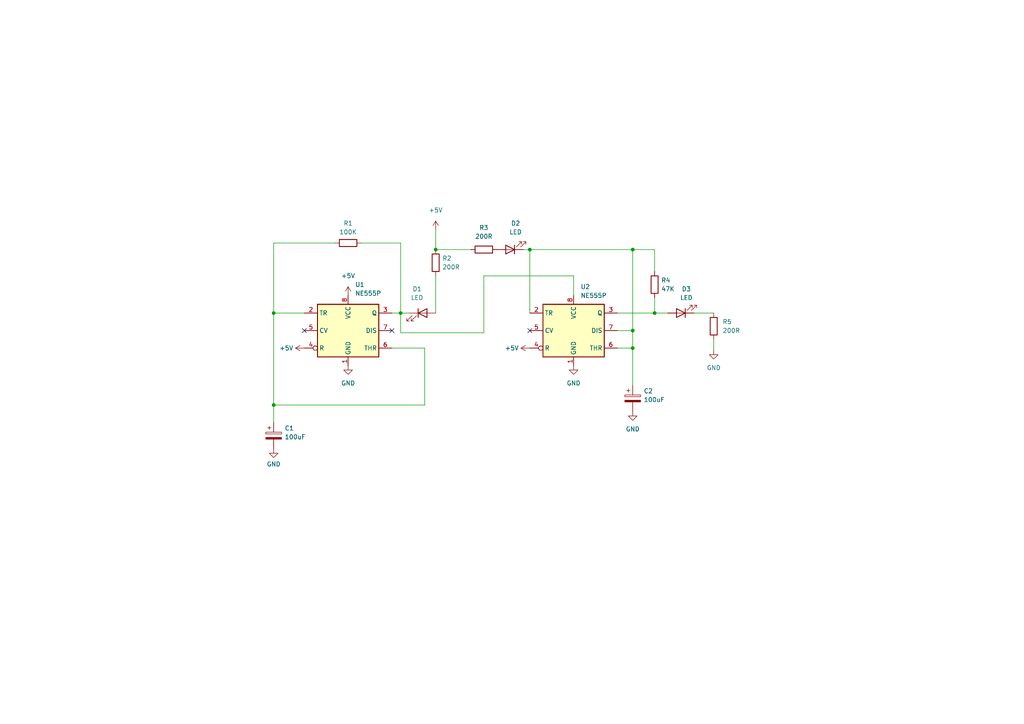
<source format=kicad_sch>
(kicad_sch (version 20211123) (generator eeschema)

  (uuid e63e39d7-6ac0-4ffd-8aa3-1841a4541b55)

  (paper "A4")

  (lib_symbols
    (symbol "Device:C_Polarized" (pin_numbers hide) (pin_names (offset 0.254)) (in_bom yes) (on_board yes)
      (property "Reference" "C" (id 0) (at 0.635 2.54 0)
        (effects (font (size 1.27 1.27)) (justify left))
      )
      (property "Value" "C_Polarized" (id 1) (at 0.635 -2.54 0)
        (effects (font (size 1.27 1.27)) (justify left))
      )
      (property "Footprint" "" (id 2) (at 0.9652 -3.81 0)
        (effects (font (size 1.27 1.27)) hide)
      )
      (property "Datasheet" "~" (id 3) (at 0 0 0)
        (effects (font (size 1.27 1.27)) hide)
      )
      (property "ki_keywords" "cap capacitor" (id 4) (at 0 0 0)
        (effects (font (size 1.27 1.27)) hide)
      )
      (property "ki_description" "Polarized capacitor" (id 5) (at 0 0 0)
        (effects (font (size 1.27 1.27)) hide)
      )
      (property "ki_fp_filters" "CP_*" (id 6) (at 0 0 0)
        (effects (font (size 1.27 1.27)) hide)
      )
      (symbol "C_Polarized_0_1"
        (rectangle (start -2.286 0.508) (end 2.286 1.016)
          (stroke (width 0) (type default) (color 0 0 0 0))
          (fill (type none))
        )
        (polyline
          (pts
            (xy -1.778 2.286)
            (xy -0.762 2.286)
          )
          (stroke (width 0) (type default) (color 0 0 0 0))
          (fill (type none))
        )
        (polyline
          (pts
            (xy -1.27 2.794)
            (xy -1.27 1.778)
          )
          (stroke (width 0) (type default) (color 0 0 0 0))
          (fill (type none))
        )
        (rectangle (start 2.286 -0.508) (end -2.286 -1.016)
          (stroke (width 0) (type default) (color 0 0 0 0))
          (fill (type outline))
        )
      )
      (symbol "C_Polarized_1_1"
        (pin passive line (at 0 3.81 270) (length 2.794)
          (name "~" (effects (font (size 1.27 1.27))))
          (number "1" (effects (font (size 1.27 1.27))))
        )
        (pin passive line (at 0 -3.81 90) (length 2.794)
          (name "~" (effects (font (size 1.27 1.27))))
          (number "2" (effects (font (size 1.27 1.27))))
        )
      )
    )
    (symbol "Device:LED" (pin_numbers hide) (pin_names (offset 1.016) hide) (in_bom yes) (on_board yes)
      (property "Reference" "D" (id 0) (at 0 2.54 0)
        (effects (font (size 1.27 1.27)))
      )
      (property "Value" "LED" (id 1) (at 0 -2.54 0)
        (effects (font (size 1.27 1.27)))
      )
      (property "Footprint" "" (id 2) (at 0 0 0)
        (effects (font (size 1.27 1.27)) hide)
      )
      (property "Datasheet" "~" (id 3) (at 0 0 0)
        (effects (font (size 1.27 1.27)) hide)
      )
      (property "ki_keywords" "LED diode" (id 4) (at 0 0 0)
        (effects (font (size 1.27 1.27)) hide)
      )
      (property "ki_description" "Light emitting diode" (id 5) (at 0 0 0)
        (effects (font (size 1.27 1.27)) hide)
      )
      (property "ki_fp_filters" "LED* LED_SMD:* LED_THT:*" (id 6) (at 0 0 0)
        (effects (font (size 1.27 1.27)) hide)
      )
      (symbol "LED_0_1"
        (polyline
          (pts
            (xy -1.27 -1.27)
            (xy -1.27 1.27)
          )
          (stroke (width 0.254) (type default) (color 0 0 0 0))
          (fill (type none))
        )
        (polyline
          (pts
            (xy -1.27 0)
            (xy 1.27 0)
          )
          (stroke (width 0) (type default) (color 0 0 0 0))
          (fill (type none))
        )
        (polyline
          (pts
            (xy 1.27 -1.27)
            (xy 1.27 1.27)
            (xy -1.27 0)
            (xy 1.27 -1.27)
          )
          (stroke (width 0.254) (type default) (color 0 0 0 0))
          (fill (type none))
        )
        (polyline
          (pts
            (xy -3.048 -0.762)
            (xy -4.572 -2.286)
            (xy -3.81 -2.286)
            (xy -4.572 -2.286)
            (xy -4.572 -1.524)
          )
          (stroke (width 0) (type default) (color 0 0 0 0))
          (fill (type none))
        )
        (polyline
          (pts
            (xy -1.778 -0.762)
            (xy -3.302 -2.286)
            (xy -2.54 -2.286)
            (xy -3.302 -2.286)
            (xy -3.302 -1.524)
          )
          (stroke (width 0) (type default) (color 0 0 0 0))
          (fill (type none))
        )
      )
      (symbol "LED_1_1"
        (pin passive line (at -3.81 0 0) (length 2.54)
          (name "K" (effects (font (size 1.27 1.27))))
          (number "1" (effects (font (size 1.27 1.27))))
        )
        (pin passive line (at 3.81 0 180) (length 2.54)
          (name "A" (effects (font (size 1.27 1.27))))
          (number "2" (effects (font (size 1.27 1.27))))
        )
      )
    )
    (symbol "Device:R" (pin_numbers hide) (pin_names (offset 0)) (in_bom yes) (on_board yes)
      (property "Reference" "R" (id 0) (at 2.032 0 90)
        (effects (font (size 1.27 1.27)))
      )
      (property "Value" "R" (id 1) (at 0 0 90)
        (effects (font (size 1.27 1.27)))
      )
      (property "Footprint" "" (id 2) (at -1.778 0 90)
        (effects (font (size 1.27 1.27)) hide)
      )
      (property "Datasheet" "~" (id 3) (at 0 0 0)
        (effects (font (size 1.27 1.27)) hide)
      )
      (property "ki_keywords" "R res resistor" (id 4) (at 0 0 0)
        (effects (font (size 1.27 1.27)) hide)
      )
      (property "ki_description" "Resistor" (id 5) (at 0 0 0)
        (effects (font (size 1.27 1.27)) hide)
      )
      (property "ki_fp_filters" "R_*" (id 6) (at 0 0 0)
        (effects (font (size 1.27 1.27)) hide)
      )
      (symbol "R_0_1"
        (rectangle (start -1.016 -2.54) (end 1.016 2.54)
          (stroke (width 0.254) (type default) (color 0 0 0 0))
          (fill (type none))
        )
      )
      (symbol "R_1_1"
        (pin passive line (at 0 3.81 270) (length 1.27)
          (name "~" (effects (font (size 1.27 1.27))))
          (number "1" (effects (font (size 1.27 1.27))))
        )
        (pin passive line (at 0 -3.81 90) (length 1.27)
          (name "~" (effects (font (size 1.27 1.27))))
          (number "2" (effects (font (size 1.27 1.27))))
        )
      )
    )
    (symbol "Timer:NE555P" (in_bom yes) (on_board yes)
      (property "Reference" "U" (id 0) (at -10.16 8.89 0)
        (effects (font (size 1.27 1.27)) (justify left))
      )
      (property "Value" "NE555P" (id 1) (at 2.54 8.89 0)
        (effects (font (size 1.27 1.27)) (justify left))
      )
      (property "Footprint" "Package_DIP:DIP-8_W7.62mm" (id 2) (at 16.51 -10.16 0)
        (effects (font (size 1.27 1.27)) hide)
      )
      (property "Datasheet" "http://www.ti.com/lit/ds/symlink/ne555.pdf" (id 3) (at 21.59 -10.16 0)
        (effects (font (size 1.27 1.27)) hide)
      )
      (property "ki_keywords" "single timer 555" (id 4) (at 0 0 0)
        (effects (font (size 1.27 1.27)) hide)
      )
      (property "ki_description" "Precision Timers, 555 compatible,  PDIP-8" (id 5) (at 0 0 0)
        (effects (font (size 1.27 1.27)) hide)
      )
      (property "ki_fp_filters" "DIP*W7.62mm*" (id 6) (at 0 0 0)
        (effects (font (size 1.27 1.27)) hide)
      )
      (symbol "NE555P_0_0"
        (pin power_in line (at 0 -10.16 90) (length 2.54)
          (name "GND" (effects (font (size 1.27 1.27))))
          (number "1" (effects (font (size 1.27 1.27))))
        )
        (pin power_in line (at 0 10.16 270) (length 2.54)
          (name "VCC" (effects (font (size 1.27 1.27))))
          (number "8" (effects (font (size 1.27 1.27))))
        )
      )
      (symbol "NE555P_0_1"
        (rectangle (start -8.89 -7.62) (end 8.89 7.62)
          (stroke (width 0.254) (type default) (color 0 0 0 0))
          (fill (type background))
        )
        (rectangle (start -8.89 -7.62) (end 8.89 7.62)
          (stroke (width 0.254) (type default) (color 0 0 0 0))
          (fill (type background))
        )
      )
      (symbol "NE555P_1_1"
        (pin input line (at -12.7 5.08 0) (length 3.81)
          (name "TR" (effects (font (size 1.27 1.27))))
          (number "2" (effects (font (size 1.27 1.27))))
        )
        (pin output line (at 12.7 5.08 180) (length 3.81)
          (name "Q" (effects (font (size 1.27 1.27))))
          (number "3" (effects (font (size 1.27 1.27))))
        )
        (pin input inverted (at -12.7 -5.08 0) (length 3.81)
          (name "R" (effects (font (size 1.27 1.27))))
          (number "4" (effects (font (size 1.27 1.27))))
        )
        (pin input line (at -12.7 0 0) (length 3.81)
          (name "CV" (effects (font (size 1.27 1.27))))
          (number "5" (effects (font (size 1.27 1.27))))
        )
        (pin input line (at 12.7 -5.08 180) (length 3.81)
          (name "THR" (effects (font (size 1.27 1.27))))
          (number "6" (effects (font (size 1.27 1.27))))
        )
        (pin input line (at 12.7 0 180) (length 3.81)
          (name "DIS" (effects (font (size 1.27 1.27))))
          (number "7" (effects (font (size 1.27 1.27))))
        )
      )
    )
    (symbol "power:+5V" (power) (pin_names (offset 0)) (in_bom yes) (on_board yes)
      (property "Reference" "#PWR" (id 0) (at 0 -3.81 0)
        (effects (font (size 1.27 1.27)) hide)
      )
      (property "Value" "+5V" (id 1) (at 0 3.556 0)
        (effects (font (size 1.27 1.27)))
      )
      (property "Footprint" "" (id 2) (at 0 0 0)
        (effects (font (size 1.27 1.27)) hide)
      )
      (property "Datasheet" "" (id 3) (at 0 0 0)
        (effects (font (size 1.27 1.27)) hide)
      )
      (property "ki_keywords" "power-flag" (id 4) (at 0 0 0)
        (effects (font (size 1.27 1.27)) hide)
      )
      (property "ki_description" "Power symbol creates a global label with name \"+5V\"" (id 5) (at 0 0 0)
        (effects (font (size 1.27 1.27)) hide)
      )
      (symbol "+5V_0_1"
        (polyline
          (pts
            (xy -0.762 1.27)
            (xy 0 2.54)
          )
          (stroke (width 0) (type default) (color 0 0 0 0))
          (fill (type none))
        )
        (polyline
          (pts
            (xy 0 0)
            (xy 0 2.54)
          )
          (stroke (width 0) (type default) (color 0 0 0 0))
          (fill (type none))
        )
        (polyline
          (pts
            (xy 0 2.54)
            (xy 0.762 1.27)
          )
          (stroke (width 0) (type default) (color 0 0 0 0))
          (fill (type none))
        )
      )
      (symbol "+5V_1_1"
        (pin power_in line (at 0 0 90) (length 0) hide
          (name "+5V" (effects (font (size 1.27 1.27))))
          (number "1" (effects (font (size 1.27 1.27))))
        )
      )
    )
    (symbol "power:GND" (power) (pin_names (offset 0)) (in_bom yes) (on_board yes)
      (property "Reference" "#PWR" (id 0) (at 0 -6.35 0)
        (effects (font (size 1.27 1.27)) hide)
      )
      (property "Value" "GND" (id 1) (at 0 -3.81 0)
        (effects (font (size 1.27 1.27)))
      )
      (property "Footprint" "" (id 2) (at 0 0 0)
        (effects (font (size 1.27 1.27)) hide)
      )
      (property "Datasheet" "" (id 3) (at 0 0 0)
        (effects (font (size 1.27 1.27)) hide)
      )
      (property "ki_keywords" "power-flag" (id 4) (at 0 0 0)
        (effects (font (size 1.27 1.27)) hide)
      )
      (property "ki_description" "Power symbol creates a global label with name \"GND\" , ground" (id 5) (at 0 0 0)
        (effects (font (size 1.27 1.27)) hide)
      )
      (symbol "GND_0_1"
        (polyline
          (pts
            (xy 0 0)
            (xy 0 -1.27)
            (xy 1.27 -1.27)
            (xy 0 -2.54)
            (xy -1.27 -1.27)
            (xy 0 -1.27)
          )
          (stroke (width 0) (type default) (color 0 0 0 0))
          (fill (type none))
        )
      )
      (symbol "GND_1_1"
        (pin power_in line (at 0 0 270) (length 0) hide
          (name "GND" (effects (font (size 1.27 1.27))))
          (number "1" (effects (font (size 1.27 1.27))))
        )
      )
    )
  )

  (junction (at 183.515 95.885) (diameter 0) (color 0 0 0 0)
    (uuid 38a4515b-ee4c-4d8e-97d5-91e581247f8a)
  )
  (junction (at 153.67 72.39) (diameter 0) (color 0 0 0 0)
    (uuid 48025395-42dd-4d12-ad73-507ffc428ed2)
  )
  (junction (at 189.865 90.805) (diameter 0) (color 0 0 0 0)
    (uuid 4e1d2fc9-edc0-4375-a98b-5836583ae9de)
  )
  (junction (at 126.365 72.39) (diameter 0) (color 0 0 0 0)
    (uuid 67d48a5b-6c01-46de-a76a-458587e18ae7)
  )
  (junction (at 183.515 100.965) (diameter 0) (color 0 0 0 0)
    (uuid 787231de-418f-4358-b812-894150874a77)
  )
  (junction (at 183.515 72.39) (diameter 0) (color 0 0 0 0)
    (uuid 80e3baa2-f032-494f-bf6f-00f398adcb02)
  )
  (junction (at 116.205 90.805) (diameter 0) (color 0 0 0 0)
    (uuid 8c1bc113-f25d-4aff-be83-003571f58a10)
  )
  (junction (at 79.375 117.475) (diameter 0) (color 0 0 0 0)
    (uuid bc49a0b4-6d7a-4dde-ad49-d2d6cd82133f)
  )
  (junction (at 79.375 90.805) (diameter 0) (color 0 0 0 0)
    (uuid d59182ec-063d-4d4d-938e-f0de11b81422)
  )

  (no_connect (at 88.265 95.885) (uuid 24fd2991-50d9-478b-b9db-286dca7eaed2))
  (no_connect (at 113.665 95.885) (uuid 24fd2991-50d9-478b-b9db-286dca7eaed3))
  (no_connect (at 153.67 95.885) (uuid c850e105-4140-4416-84c8-0755dac58534))

  (wire (pts (xy 113.665 90.805) (xy 116.205 90.805))
    (stroke (width 0) (type default) (color 0 0 0 0))
    (uuid 0331002d-0183-4dc0-9650-220cbfa14368)
  )
  (wire (pts (xy 153.67 72.39) (xy 183.515 72.39))
    (stroke (width 0) (type default) (color 0 0 0 0))
    (uuid 087fea9a-336b-4ff5-85c4-500c51cf4864)
  )
  (wire (pts (xy 183.515 95.885) (xy 179.07 95.885))
    (stroke (width 0) (type default) (color 0 0 0 0))
    (uuid 0e7d3dba-945c-41f0-96f0-5335942f53c9)
  )
  (wire (pts (xy 140.335 80.01) (xy 140.335 96.52))
    (stroke (width 0) (type default) (color 0 0 0 0))
    (uuid 11fb84c8-ebcc-4203-beea-9d28b5f5136c)
  )
  (wire (pts (xy 140.335 96.52) (xy 116.205 96.52))
    (stroke (width 0) (type default) (color 0 0 0 0))
    (uuid 141b6624-cf11-4e30-be3c-1b5cb8ad351b)
  )
  (wire (pts (xy 79.375 117.475) (xy 79.375 90.805))
    (stroke (width 0) (type default) (color 0 0 0 0))
    (uuid 1aa2ef23-3b13-4aa3-8126-9ebd986d1ad0)
  )
  (wire (pts (xy 183.515 72.39) (xy 189.865 72.39))
    (stroke (width 0) (type default) (color 0 0 0 0))
    (uuid 24a9f327-519e-4d12-9990-7839dcf011f2)
  )
  (wire (pts (xy 153.67 72.39) (xy 153.67 90.805))
    (stroke (width 0) (type default) (color 0 0 0 0))
    (uuid 256ee540-202a-4abf-9821-2132f187af21)
  )
  (wire (pts (xy 79.375 117.475) (xy 79.375 122.555))
    (stroke (width 0) (type default) (color 0 0 0 0))
    (uuid 2960fa60-da38-4cdc-8128-0a2d5de97474)
  )
  (wire (pts (xy 123.19 117.475) (xy 79.375 117.475))
    (stroke (width 0) (type default) (color 0 0 0 0))
    (uuid 2d61294a-7545-4a19-a979-caf9fac18ee0)
  )
  (wire (pts (xy 166.37 80.01) (xy 140.335 80.01))
    (stroke (width 0) (type default) (color 0 0 0 0))
    (uuid 3d701669-fa18-4493-85c9-bfbd6ad7790c)
  )
  (wire (pts (xy 123.19 100.965) (xy 123.19 117.475))
    (stroke (width 0) (type default) (color 0 0 0 0))
    (uuid 4c0c7b54-fcd4-41cb-9371-903e216f7e04)
  )
  (wire (pts (xy 126.365 72.39) (xy 136.525 72.39))
    (stroke (width 0) (type default) (color 0 0 0 0))
    (uuid 4e556c41-f092-459b-8d7d-dd69a13c6656)
  )
  (wire (pts (xy 104.775 70.485) (xy 116.205 70.485))
    (stroke (width 0) (type default) (color 0 0 0 0))
    (uuid 52ae55c5-0149-487f-86b6-3e7693da03e6)
  )
  (wire (pts (xy 113.665 100.965) (xy 123.19 100.965))
    (stroke (width 0) (type default) (color 0 0 0 0))
    (uuid 5f5dc156-a8a4-4775-90ba-b5be00b15f26)
  )
  (wire (pts (xy 207.01 98.425) (xy 207.01 101.6))
    (stroke (width 0) (type default) (color 0 0 0 0))
    (uuid 66f52af3-cf95-4162-a552-a264523752ee)
  )
  (wire (pts (xy 126.365 80.01) (xy 126.365 90.805))
    (stroke (width 0) (type default) (color 0 0 0 0))
    (uuid 6b9706c3-fe9c-498b-a217-4c181f0f6866)
  )
  (wire (pts (xy 183.515 100.965) (xy 183.515 111.76))
    (stroke (width 0) (type default) (color 0 0 0 0))
    (uuid 6d1d1e38-0691-4671-b7c4-f31048d2df62)
  )
  (wire (pts (xy 189.865 72.39) (xy 189.865 78.74))
    (stroke (width 0) (type default) (color 0 0 0 0))
    (uuid 766d5e72-e5d6-4348-9934-3d057e37a00a)
  )
  (wire (pts (xy 116.205 96.52) (xy 116.205 90.805))
    (stroke (width 0) (type default) (color 0 0 0 0))
    (uuid 82be6baa-188e-4a15-8863-46cdef6ddcb1)
  )
  (wire (pts (xy 179.07 100.965) (xy 183.515 100.965))
    (stroke (width 0) (type default) (color 0 0 0 0))
    (uuid 8ed39a4a-abd2-436d-a219-f6bbefc31189)
  )
  (wire (pts (xy 79.375 90.805) (xy 88.265 90.805))
    (stroke (width 0) (type default) (color 0 0 0 0))
    (uuid a09c9073-7280-4936-b062-dd6730a7edd3)
  )
  (wire (pts (xy 79.375 70.485) (xy 79.375 90.805))
    (stroke (width 0) (type default) (color 0 0 0 0))
    (uuid a37c2561-7021-496b-877b-f02578805970)
  )
  (wire (pts (xy 183.515 72.39) (xy 183.515 95.885))
    (stroke (width 0) (type default) (color 0 0 0 0))
    (uuid a455177b-e502-42c9-b3e8-aa05488c437f)
  )
  (wire (pts (xy 166.37 85.725) (xy 166.37 80.01))
    (stroke (width 0) (type default) (color 0 0 0 0))
    (uuid ae10873c-4504-45e1-82b2-afe4a8bc2548)
  )
  (wire (pts (xy 126.365 66.675) (xy 126.365 72.39))
    (stroke (width 0) (type default) (color 0 0 0 0))
    (uuid af1abf47-004a-402c-b9c8-5f817c60bcb8)
  )
  (wire (pts (xy 189.865 90.805) (xy 193.675 90.805))
    (stroke (width 0) (type default) (color 0 0 0 0))
    (uuid b5028d34-e12f-499f-b890-6f0494d39b38)
  )
  (wire (pts (xy 189.865 86.36) (xy 189.865 90.805))
    (stroke (width 0) (type default) (color 0 0 0 0))
    (uuid c1ba616a-ed71-430b-9a58-4dd2f1b8bcf4)
  )
  (wire (pts (xy 116.205 70.485) (xy 116.205 90.805))
    (stroke (width 0) (type default) (color 0 0 0 0))
    (uuid c68af180-09e8-46f4-95ae-3b8d98f3327c)
  )
  (wire (pts (xy 151.765 72.39) (xy 153.67 72.39))
    (stroke (width 0) (type default) (color 0 0 0 0))
    (uuid cf2d4b76-4470-4456-8bfa-b1431e106ccd)
  )
  (wire (pts (xy 179.07 90.805) (xy 189.865 90.805))
    (stroke (width 0) (type default) (color 0 0 0 0))
    (uuid d3dc7f01-c535-4690-969a-705c55ecd22f)
  )
  (wire (pts (xy 97.155 70.485) (xy 79.375 70.485))
    (stroke (width 0) (type default) (color 0 0 0 0))
    (uuid e517573e-0518-4dad-aab7-3de1de7c153e)
  )
  (wire (pts (xy 183.515 95.885) (xy 183.515 100.965))
    (stroke (width 0) (type default) (color 0 0 0 0))
    (uuid e9df4def-f6fa-4bd4-aad8-8283b2a92a12)
  )
  (wire (pts (xy 201.295 90.805) (xy 207.01 90.805))
    (stroke (width 0) (type default) (color 0 0 0 0))
    (uuid eb4881ec-9235-42d2-bc80-a512598c9f6b)
  )
  (wire (pts (xy 116.205 90.805) (xy 118.745 90.805))
    (stroke (width 0) (type default) (color 0 0 0 0))
    (uuid f5586c48-284c-437c-a1a0-15264bd6ed7a)
  )

  (symbol (lib_id "Device:R") (at 140.335 72.39 90) (unit 1)
    (in_bom yes) (on_board yes)
    (uuid 091fd4ba-cdb0-4c25-916c-71c2b4e0f73a)
    (property "Reference" "R3" (id 0) (at 140.335 66.04 90))
    (property "Value" "200R" (id 1) (at 140.335 68.58 90))
    (property "Footprint" "Resistor_THT:R_Axial_DIN0309_L9.0mm_D3.2mm_P5.08mm_Vertical" (id 2) (at 140.335 74.168 90)
      (effects (font (size 1.27 1.27)) hide)
    )
    (property "Datasheet" "~" (id 3) (at 140.335 72.39 0)
      (effects (font (size 1.27 1.27)) hide)
    )
    (pin "1" (uuid c50df845-7aad-42d5-a58b-cbbcf0a2d330))
    (pin "2" (uuid 332e694d-f32e-4513-b4bf-0775641e1cc9))
  )

  (symbol (lib_id "power:+5V") (at 100.965 85.725 0) (unit 1)
    (in_bom yes) (on_board yes) (fields_autoplaced)
    (uuid 1061cfff-d117-4958-9e71-272bc4c4ea64)
    (property "Reference" "#PWR0101" (id 0) (at 100.965 89.535 0)
      (effects (font (size 1.27 1.27)) hide)
    )
    (property "Value" "+5V" (id 1) (at 100.965 80.01 0))
    (property "Footprint" "" (id 2) (at 100.965 85.725 0)
      (effects (font (size 1.27 1.27)) hide)
    )
    (property "Datasheet" "" (id 3) (at 100.965 85.725 0)
      (effects (font (size 1.27 1.27)) hide)
    )
    (pin "1" (uuid 8d49fb2e-37f8-4165-86b2-65b2cfd2e9ed))
  )

  (symbol (lib_id "Device:LED") (at 197.485 90.805 180) (unit 1)
    (in_bom yes) (on_board yes) (fields_autoplaced)
    (uuid 22a7b55f-d92f-49f0-b145-20ab665b0425)
    (property "Reference" "D3" (id 0) (at 199.0725 83.82 0))
    (property "Value" "LED" (id 1) (at 199.0725 86.36 0))
    (property "Footprint" "LED_THT:LED_D3.0mm" (id 2) (at 197.485 90.805 0)
      (effects (font (size 1.27 1.27)) hide)
    )
    (property "Datasheet" "~" (id 3) (at 197.485 90.805 0)
      (effects (font (size 1.27 1.27)) hide)
    )
    (pin "1" (uuid dbb13b1e-989e-4557-9034-dc152cfe341e))
    (pin "2" (uuid 5a30ba7c-bc1e-4fda-91d0-69fdb034ba0c))
  )

  (symbol (lib_id "Device:C_Polarized") (at 79.375 126.365 0) (unit 1)
    (in_bom yes) (on_board yes) (fields_autoplaced)
    (uuid 31ed696c-01b8-4c94-9dd9-2ea434f5e1b8)
    (property "Reference" "C1" (id 0) (at 82.55 124.2059 0)
      (effects (font (size 1.27 1.27)) (justify left))
    )
    (property "Value" "100uF" (id 1) (at 82.55 126.7459 0)
      (effects (font (size 1.27 1.27)) (justify left))
    )
    (property "Footprint" "Capacitor_THT:CP_Axial_L10.0mm_D4.5mm_P15.00mm_Horizontal" (id 2) (at 80.3402 130.175 0)
      (effects (font (size 1.27 1.27)) hide)
    )
    (property "Datasheet" "~" (id 3) (at 79.375 126.365 0)
      (effects (font (size 1.27 1.27)) hide)
    )
    (pin "1" (uuid def80195-01e5-43de-8963-3b7c0212f8e9))
    (pin "2" (uuid 4de3f868-469f-40d8-b7ed-477a26be1d80))
  )

  (symbol (lib_id "power:+5V") (at 126.365 66.675 0) (unit 1)
    (in_bom yes) (on_board yes) (fields_autoplaced)
    (uuid 33aa43f5-ae3a-4c7e-a825-60c8c056a138)
    (property "Reference" "#PWR0102" (id 0) (at 126.365 70.485 0)
      (effects (font (size 1.27 1.27)) hide)
    )
    (property "Value" "+5V" (id 1) (at 126.365 60.96 0))
    (property "Footprint" "" (id 2) (at 126.365 66.675 0)
      (effects (font (size 1.27 1.27)) hide)
    )
    (property "Datasheet" "" (id 3) (at 126.365 66.675 0)
      (effects (font (size 1.27 1.27)) hide)
    )
    (pin "1" (uuid 6e64cf88-125f-467f-a243-1b70df1b5889))
  )

  (symbol (lib_id "Device:R") (at 189.865 82.55 0) (unit 1)
    (in_bom yes) (on_board yes) (fields_autoplaced)
    (uuid 44d43127-53cb-428f-aac4-89089b018cb1)
    (property "Reference" "R4" (id 0) (at 191.77 81.2799 0)
      (effects (font (size 1.27 1.27)) (justify left))
    )
    (property "Value" "47K" (id 1) (at 191.77 83.8199 0)
      (effects (font (size 1.27 1.27)) (justify left))
    )
    (property "Footprint" "Resistor_THT:R_Axial_DIN0309_L9.0mm_D3.2mm_P5.08mm_Vertical" (id 2) (at 188.087 82.55 90)
      (effects (font (size 1.27 1.27)) hide)
    )
    (property "Datasheet" "~" (id 3) (at 189.865 82.55 0)
      (effects (font (size 1.27 1.27)) hide)
    )
    (pin "1" (uuid 2a05e3da-a18e-4b2c-ac94-2f2aa82aa6f7))
    (pin "2" (uuid 4b5e0e01-1907-4e4b-91bb-dbec9a1a25c9))
  )

  (symbol (lib_id "power:+5V") (at 153.67 100.965 90) (unit 1)
    (in_bom yes) (on_board yes) (fields_autoplaced)
    (uuid 45f4acdc-a6bf-4899-bccd-db55fbec82c0)
    (property "Reference" "#PWR0106" (id 0) (at 157.48 100.965 0)
      (effects (font (size 1.27 1.27)) hide)
    )
    (property "Value" "+5V" (id 1) (at 150.495 100.9649 90)
      (effects (font (size 1.27 1.27)) (justify left))
    )
    (property "Footprint" "" (id 2) (at 153.67 100.965 0)
      (effects (font (size 1.27 1.27)) hide)
    )
    (property "Datasheet" "" (id 3) (at 153.67 100.965 0)
      (effects (font (size 1.27 1.27)) hide)
    )
    (pin "1" (uuid 2429f127-72fc-47b4-bb47-bf3bcc13fd5b))
  )

  (symbol (lib_id "Device:LED") (at 147.955 72.39 180) (unit 1)
    (in_bom yes) (on_board yes) (fields_autoplaced)
    (uuid 469cf8e8-0de8-4a3a-94cd-83f09b2b5d96)
    (property "Reference" "D2" (id 0) (at 149.5425 64.77 0))
    (property "Value" "LED" (id 1) (at 149.5425 67.31 0))
    (property "Footprint" "LED_THT:LED_D3.0mm" (id 2) (at 147.955 72.39 0)
      (effects (font (size 1.27 1.27)) hide)
    )
    (property "Datasheet" "~" (id 3) (at 147.955 72.39 0)
      (effects (font (size 1.27 1.27)) hide)
    )
    (pin "1" (uuid 98822ddd-c5ea-4039-954a-b97b69276182))
    (pin "2" (uuid ba1998ab-09b8-40fe-847f-1de54ace4af0))
  )

  (symbol (lib_id "power:+5V") (at 88.265 100.965 90) (unit 1)
    (in_bom yes) (on_board yes) (fields_autoplaced)
    (uuid 4e8265bd-1126-4666-b4b4-266d80788e2f)
    (property "Reference" "#PWR0104" (id 0) (at 92.075 100.965 0)
      (effects (font (size 1.27 1.27)) hide)
    )
    (property "Value" "+5V" (id 1) (at 85.09 100.9649 90)
      (effects (font (size 1.27 1.27)) (justify left))
    )
    (property "Footprint" "" (id 2) (at 88.265 100.965 0)
      (effects (font (size 1.27 1.27)) hide)
    )
    (property "Datasheet" "" (id 3) (at 88.265 100.965 0)
      (effects (font (size 1.27 1.27)) hide)
    )
    (pin "1" (uuid be8713cb-8c69-49bb-acd9-8802d55d218d))
  )

  (symbol (lib_id "Timer:NE555P") (at 166.37 95.885 0) (unit 1)
    (in_bom yes) (on_board yes) (fields_autoplaced)
    (uuid 56b75d3c-fa69-4f57-9aa5-64cfbf200c32)
    (property "Reference" "U2" (id 0) (at 168.3894 83.185 0)
      (effects (font (size 1.27 1.27)) (justify left))
    )
    (property "Value" "NE555P" (id 1) (at 168.3894 85.725 0)
      (effects (font (size 1.27 1.27)) (justify left))
    )
    (property "Footprint" "Package_DIP:DIP-8_W7.62mm" (id 2) (at 182.88 106.045 0)
      (effects (font (size 1.27 1.27)) hide)
    )
    (property "Datasheet" "http://www.ti.com/lit/ds/symlink/ne555.pdf" (id 3) (at 187.96 106.045 0)
      (effects (font (size 1.27 1.27)) hide)
    )
    (pin "1" (uuid 4ed59335-4075-4e12-a596-bab87aafc796))
    (pin "8" (uuid 389820b3-dc0f-41a8-9487-f37594ec848d))
    (pin "2" (uuid 75fcab2b-759b-4221-b3ed-5bcbea1afb05))
    (pin "3" (uuid 4cb674e3-7fd0-4bdf-83d4-7b2424e2e5c0))
    (pin "4" (uuid 58518ef0-9375-45b7-b518-1100f14f6963))
    (pin "5" (uuid 94865570-11cc-4b49-8ee4-db024780b3ae))
    (pin "6" (uuid 4035093c-8c14-4085-bfea-fcb41c163f69))
    (pin "7" (uuid 71c1b4b1-fe29-4ef4-89f5-de4386e105a9))
  )

  (symbol (lib_id "power:GND") (at 100.965 106.045 0) (unit 1)
    (in_bom yes) (on_board yes) (fields_autoplaced)
    (uuid 7279a0ce-75b5-4d17-adea-e5e9949407a6)
    (property "Reference" "#PWR0103" (id 0) (at 100.965 112.395 0)
      (effects (font (size 1.27 1.27)) hide)
    )
    (property "Value" "GND" (id 1) (at 100.965 111.125 0))
    (property "Footprint" "" (id 2) (at 100.965 106.045 0)
      (effects (font (size 1.27 1.27)) hide)
    )
    (property "Datasheet" "" (id 3) (at 100.965 106.045 0)
      (effects (font (size 1.27 1.27)) hide)
    )
    (pin "1" (uuid 57a35f7e-1eec-4bce-82d8-651d3f20ac22))
  )

  (symbol (lib_id "Device:R") (at 100.965 70.485 90) (unit 1)
    (in_bom yes) (on_board yes) (fields_autoplaced)
    (uuid 77d0f217-9f63-4da4-9307-f06dee8609ee)
    (property "Reference" "R1" (id 0) (at 100.965 64.77 90))
    (property "Value" "100K" (id 1) (at 100.965 67.31 90))
    (property "Footprint" "Resistor_THT:R_Axial_DIN0309_L9.0mm_D3.2mm_P5.08mm_Vertical" (id 2) (at 100.965 72.263 90)
      (effects (font (size 1.27 1.27)) hide)
    )
    (property "Datasheet" "~" (id 3) (at 100.965 70.485 0)
      (effects (font (size 1.27 1.27)) hide)
    )
    (pin "1" (uuid cf8258d5-59b4-4581-8d18-c01806919665))
    (pin "2" (uuid 981c5b33-c0b3-4373-9cf4-4a9a7f147757))
  )

  (symbol (lib_id "Timer:NE555P") (at 100.965 95.885 0) (unit 1)
    (in_bom yes) (on_board yes) (fields_autoplaced)
    (uuid 851f3d61-ba3b-4e6e-abd4-cafa4d9b64cb)
    (property "Reference" "U1" (id 0) (at 102.9844 82.55 0)
      (effects (font (size 1.27 1.27)) (justify left))
    )
    (property "Value" "NE555P" (id 1) (at 102.9844 85.09 0)
      (effects (font (size 1.27 1.27)) (justify left))
    )
    (property "Footprint" "Package_DIP:DIP-8_W7.62mm" (id 2) (at 117.475 106.045 0)
      (effects (font (size 1.27 1.27)) hide)
    )
    (property "Datasheet" "http://www.ti.com/lit/ds/symlink/ne555.pdf" (id 3) (at 122.555 106.045 0)
      (effects (font (size 1.27 1.27)) hide)
    )
    (pin "1" (uuid 17ff35b3-d658-499b-9a46-ea36063fed4e))
    (pin "8" (uuid d13b0eae-4711-4325-a6bb-aa8e3646e86e))
    (pin "2" (uuid a917c6d9-225d-4c90-bf25-fe8eff8abd3f))
    (pin "3" (uuid 89a3dae6-dcb5-435b-a383-656b6a19a316))
    (pin "4" (uuid b54cae5b-c17c-4ed7-b249-2e7d5e83609a))
    (pin "5" (uuid 26bc8641-9bca-4204-9709-deedbe202a36))
    (pin "6" (uuid fd5f7d77-0f73-4021-88a8-0641f0fe8d98))
    (pin "7" (uuid 1755646e-fc08-4e43-a301-d9b3ea704cf6))
  )

  (symbol (lib_id "Device:LED") (at 122.555 90.805 0) (unit 1)
    (in_bom yes) (on_board yes) (fields_autoplaced)
    (uuid 95c0a31b-7f46-4519-9cf2-f2fd73a4d0c0)
    (property "Reference" "D1" (id 0) (at 120.9675 83.82 0))
    (property "Value" "LED" (id 1) (at 120.9675 86.36 0))
    (property "Footprint" "LED_THT:LED_D3.0mm" (id 2) (at 122.555 90.805 0)
      (effects (font (size 1.27 1.27)) hide)
    )
    (property "Datasheet" "~" (id 3) (at 122.555 90.805 0)
      (effects (font (size 1.27 1.27)) hide)
    )
    (pin "1" (uuid 2979e3a0-3605-49e3-aa66-4b2a3861df27))
    (pin "2" (uuid 177e875f-4785-4de5-b99b-a835ba318a44))
  )

  (symbol (lib_id "power:GND") (at 79.375 130.175 0) (unit 1)
    (in_bom yes) (on_board yes) (fields_autoplaced)
    (uuid b33b897b-2496-4af3-9825-01b17ac81041)
    (property "Reference" "#PWR0105" (id 0) (at 79.375 136.525 0)
      (effects (font (size 1.27 1.27)) hide)
    )
    (property "Value" "GND" (id 1) (at 79.375 134.62 0))
    (property "Footprint" "" (id 2) (at 79.375 130.175 0)
      (effects (font (size 1.27 1.27)) hide)
    )
    (property "Datasheet" "" (id 3) (at 79.375 130.175 0)
      (effects (font (size 1.27 1.27)) hide)
    )
    (pin "1" (uuid 8e57a2be-ad26-49be-9052-433dfe89cffd))
  )

  (symbol (lib_id "power:GND") (at 207.01 101.6 0) (unit 1)
    (in_bom yes) (on_board yes) (fields_autoplaced)
    (uuid d67209d9-6ef0-4d73-ad0d-b81ff08966b3)
    (property "Reference" "#PWR0108" (id 0) (at 207.01 107.95 0)
      (effects (font (size 1.27 1.27)) hide)
    )
    (property "Value" "GND" (id 1) (at 207.01 106.68 0))
    (property "Footprint" "" (id 2) (at 207.01 101.6 0)
      (effects (font (size 1.27 1.27)) hide)
    )
    (property "Datasheet" "" (id 3) (at 207.01 101.6 0)
      (effects (font (size 1.27 1.27)) hide)
    )
    (pin "1" (uuid 797364a5-9f8d-4af0-926e-14d6d650ea53))
  )

  (symbol (lib_id "power:GND") (at 183.515 119.38 0) (unit 1)
    (in_bom yes) (on_board yes) (fields_autoplaced)
    (uuid ddb1a549-e9b0-49f1-ab79-483620bdc39a)
    (property "Reference" "#PWR0109" (id 0) (at 183.515 125.73 0)
      (effects (font (size 1.27 1.27)) hide)
    )
    (property "Value" "GND" (id 1) (at 183.515 124.46 0))
    (property "Footprint" "" (id 2) (at 183.515 119.38 0)
      (effects (font (size 1.27 1.27)) hide)
    )
    (property "Datasheet" "" (id 3) (at 183.515 119.38 0)
      (effects (font (size 1.27 1.27)) hide)
    )
    (pin "1" (uuid ad453895-1adb-4c10-b762-8cb6b192ad05))
  )

  (symbol (lib_id "Device:R") (at 126.365 76.2 0) (unit 1)
    (in_bom yes) (on_board yes) (fields_autoplaced)
    (uuid e7541585-0d8e-4192-b14e-b98aab16e365)
    (property "Reference" "R2" (id 0) (at 128.27 74.9299 0)
      (effects (font (size 1.27 1.27)) (justify left))
    )
    (property "Value" "200R" (id 1) (at 128.27 77.4699 0)
      (effects (font (size 1.27 1.27)) (justify left))
    )
    (property "Footprint" "Resistor_THT:R_Axial_DIN0309_L9.0mm_D3.2mm_P5.08mm_Vertical" (id 2) (at 124.587 76.2 90)
      (effects (font (size 1.27 1.27)) hide)
    )
    (property "Datasheet" "~" (id 3) (at 126.365 76.2 0)
      (effects (font (size 1.27 1.27)) hide)
    )
    (pin "1" (uuid a0482958-f664-480d-a7f6-9885a14ac5cf))
    (pin "2" (uuid 758d0f35-bf1b-42e6-ad10-d6a3efab71d4))
  )

  (symbol (lib_id "power:GND") (at 166.37 106.045 0) (unit 1)
    (in_bom yes) (on_board yes) (fields_autoplaced)
    (uuid e9cfdde6-7112-4587-8587-8eb874bda1d5)
    (property "Reference" "#PWR0107" (id 0) (at 166.37 112.395 0)
      (effects (font (size 1.27 1.27)) hide)
    )
    (property "Value" "GND" (id 1) (at 166.37 111.125 0))
    (property "Footprint" "" (id 2) (at 166.37 106.045 0)
      (effects (font (size 1.27 1.27)) hide)
    )
    (property "Datasheet" "" (id 3) (at 166.37 106.045 0)
      (effects (font (size 1.27 1.27)) hide)
    )
    (pin "1" (uuid 72c37b71-e5ea-462b-ac39-1f2cc9e4d966))
  )

  (symbol (lib_id "Device:R") (at 207.01 94.615 0) (unit 1)
    (in_bom yes) (on_board yes) (fields_autoplaced)
    (uuid f1cf15a4-7d3d-445f-8e3b-e019c22b3610)
    (property "Reference" "R5" (id 0) (at 209.55 93.3449 0)
      (effects (font (size 1.27 1.27)) (justify left))
    )
    (property "Value" "200R" (id 1) (at 209.55 95.8849 0)
      (effects (font (size 1.27 1.27)) (justify left))
    )
    (property "Footprint" "Resistor_THT:R_Axial_DIN0309_L9.0mm_D3.2mm_P5.08mm_Vertical" (id 2) (at 205.232 94.615 90)
      (effects (font (size 1.27 1.27)) hide)
    )
    (property "Datasheet" "~" (id 3) (at 207.01 94.615 0)
      (effects (font (size 1.27 1.27)) hide)
    )
    (pin "1" (uuid 61eb2060-a830-4df8-8d19-b27bf9d534b1))
    (pin "2" (uuid ec1a92c5-92d1-455f-8b83-e5fb01cc85ea))
  )

  (symbol (lib_id "Device:C_Polarized") (at 183.515 115.57 0) (unit 1)
    (in_bom yes) (on_board yes) (fields_autoplaced)
    (uuid fc4dda32-407c-4d4d-9a1f-4ea9d8c1149a)
    (property "Reference" "C2" (id 0) (at 186.69 113.4109 0)
      (effects (font (size 1.27 1.27)) (justify left))
    )
    (property "Value" "100uF" (id 1) (at 186.69 115.9509 0)
      (effects (font (size 1.27 1.27)) (justify left))
    )
    (property "Footprint" "Capacitor_THT:CP_Axial_L10.0mm_D4.5mm_P15.00mm_Horizontal" (id 2) (at 184.4802 119.38 0)
      (effects (font (size 1.27 1.27)) hide)
    )
    (property "Datasheet" "~" (id 3) (at 183.515 115.57 0)
      (effects (font (size 1.27 1.27)) hide)
    )
    (pin "1" (uuid 5c319094-27a4-4dfe-98bb-cedc8bcb5c5d))
    (pin "2" (uuid a15b416c-01ef-427b-8db0-f5862addef22))
  )

  (sheet_instances
    (path "/" (page "1"))
  )

  (symbol_instances
    (path "/1061cfff-d117-4958-9e71-272bc4c4ea64"
      (reference "#PWR0101") (unit 1) (value "+5V") (footprint "")
    )
    (path "/33aa43f5-ae3a-4c7e-a825-60c8c056a138"
      (reference "#PWR0102") (unit 1) (value "+5V") (footprint "")
    )
    (path "/7279a0ce-75b5-4d17-adea-e5e9949407a6"
      (reference "#PWR0103") (unit 1) (value "GND") (footprint "")
    )
    (path "/4e8265bd-1126-4666-b4b4-266d80788e2f"
      (reference "#PWR0104") (unit 1) (value "+5V") (footprint "")
    )
    (path "/b33b897b-2496-4af3-9825-01b17ac81041"
      (reference "#PWR0105") (unit 1) (value "GND") (footprint "")
    )
    (path "/45f4acdc-a6bf-4899-bccd-db55fbec82c0"
      (reference "#PWR0106") (unit 1) (value "+5V") (footprint "")
    )
    (path "/e9cfdde6-7112-4587-8587-8eb874bda1d5"
      (reference "#PWR0107") (unit 1) (value "GND") (footprint "")
    )
    (path "/d67209d9-6ef0-4d73-ad0d-b81ff08966b3"
      (reference "#PWR0108") (unit 1) (value "GND") (footprint "")
    )
    (path "/ddb1a549-e9b0-49f1-ab79-483620bdc39a"
      (reference "#PWR0109") (unit 1) (value "GND") (footprint "")
    )
    (path "/31ed696c-01b8-4c94-9dd9-2ea434f5e1b8"
      (reference "C1") (unit 1) (value "100uF") (footprint "Capacitor_THT:CP_Axial_L10.0mm_D4.5mm_P15.00mm_Horizontal")
    )
    (path "/fc4dda32-407c-4d4d-9a1f-4ea9d8c1149a"
      (reference "C2") (unit 1) (value "100uF") (footprint "Capacitor_THT:CP_Axial_L10.0mm_D4.5mm_P15.00mm_Horizontal")
    )
    (path "/95c0a31b-7f46-4519-9cf2-f2fd73a4d0c0"
      (reference "D1") (unit 1) (value "LED") (footprint "LED_THT:LED_D3.0mm")
    )
    (path "/469cf8e8-0de8-4a3a-94cd-83f09b2b5d96"
      (reference "D2") (unit 1) (value "LED") (footprint "LED_THT:LED_D3.0mm")
    )
    (path "/22a7b55f-d92f-49f0-b145-20ab665b0425"
      (reference "D3") (unit 1) (value "LED") (footprint "LED_THT:LED_D3.0mm")
    )
    (path "/77d0f217-9f63-4da4-9307-f06dee8609ee"
      (reference "R1") (unit 1) (value "100K") (footprint "Resistor_THT:R_Axial_DIN0309_L9.0mm_D3.2mm_P5.08mm_Vertical")
    )
    (path "/e7541585-0d8e-4192-b14e-b98aab16e365"
      (reference "R2") (unit 1) (value "200R") (footprint "Resistor_THT:R_Axial_DIN0309_L9.0mm_D3.2mm_P5.08mm_Vertical")
    )
    (path "/091fd4ba-cdb0-4c25-916c-71c2b4e0f73a"
      (reference "R3") (unit 1) (value "200R") (footprint "Resistor_THT:R_Axial_DIN0309_L9.0mm_D3.2mm_P5.08mm_Vertical")
    )
    (path "/44d43127-53cb-428f-aac4-89089b018cb1"
      (reference "R4") (unit 1) (value "47K") (footprint "Resistor_THT:R_Axial_DIN0309_L9.0mm_D3.2mm_P5.08mm_Vertical")
    )
    (path "/f1cf15a4-7d3d-445f-8e3b-e019c22b3610"
      (reference "R5") (unit 1) (value "200R") (footprint "Resistor_THT:R_Axial_DIN0309_L9.0mm_D3.2mm_P5.08mm_Vertical")
    )
    (path "/851f3d61-ba3b-4e6e-abd4-cafa4d9b64cb"
      (reference "U1") (unit 1) (value "NE555P") (footprint "Package_DIP:DIP-8_W7.62mm")
    )
    (path "/56b75d3c-fa69-4f57-9aa5-64cfbf200c32"
      (reference "U2") (unit 1) (value "NE555P") (footprint "Package_DIP:DIP-8_W7.62mm")
    )
  )
)

</source>
